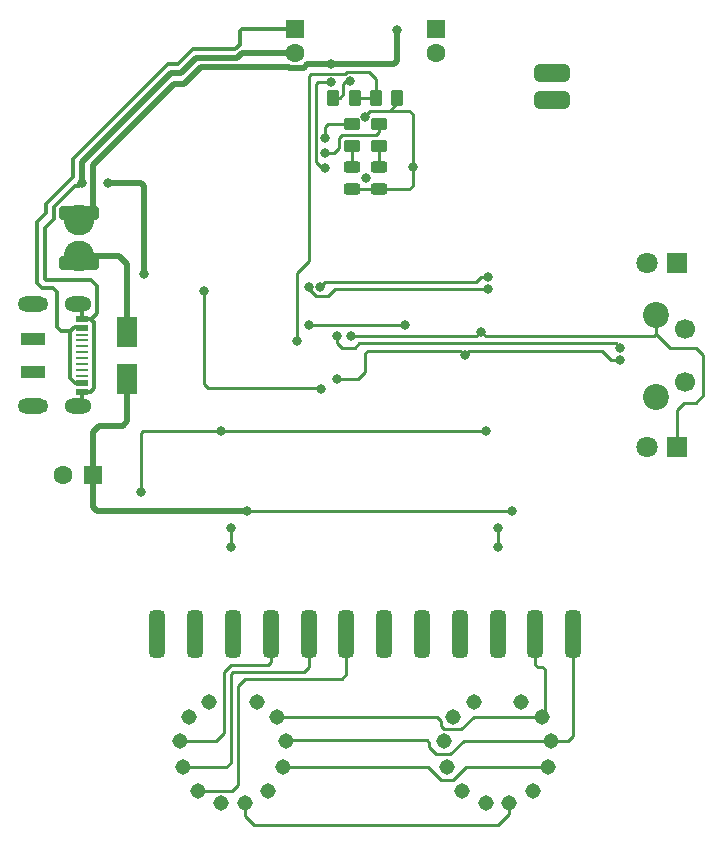
<source format=gbr>
G04 #@! TF.GenerationSoftware,KiCad,Pcbnew,6.0.8-f2edbf62ab~116~ubuntu20.04.1*
G04 #@! TF.CreationDate,2022-10-17T13:25:48+07:00*
G04 #@! TF.ProjectId,IN-8,494e2d38-2e6b-4696-9361-645f70636258,rev?*
G04 #@! TF.SameCoordinates,Original*
G04 #@! TF.FileFunction,Copper,L1,Top*
G04 #@! TF.FilePolarity,Positive*
%FSLAX46Y46*%
G04 Gerber Fmt 4.6, Leading zero omitted, Abs format (unit mm)*
G04 Created by KiCad (PCBNEW 6.0.8-f2edbf62ab~116~ubuntu20.04.1) date 2022-10-17 13:25:48*
%MOMM*%
%LPD*%
G01*
G04 APERTURE LIST*
G04 Aperture macros list*
%AMRoundRect*
0 Rectangle with rounded corners*
0 $1 Rounding radius*
0 $2 $3 $4 $5 $6 $7 $8 $9 X,Y pos of 4 corners*
0 Add a 4 corners polygon primitive as box body*
4,1,4,$2,$3,$4,$5,$6,$7,$8,$9,$2,$3,0*
0 Add four circle primitives for the rounded corners*
1,1,$1+$1,$2,$3*
1,1,$1+$1,$4,$5*
1,1,$1+$1,$6,$7*
1,1,$1+$1,$8,$9*
0 Add four rect primitives between the rounded corners*
20,1,$1+$1,$2,$3,$4,$5,0*
20,1,$1+$1,$4,$5,$6,$7,0*
20,1,$1+$1,$6,$7,$8,$9,0*
20,1,$1+$1,$8,$9,$2,$3,0*%
G04 Aperture macros list end*
G04 #@! TA.AperFunction,SMDPad,CuDef*
%ADD10RoundRect,0.250000X-0.262500X-0.450000X0.262500X-0.450000X0.262500X0.450000X-0.262500X0.450000X0*%
G04 #@! TD*
G04 #@! TA.AperFunction,ComponentPad*
%ADD11RoundRect,0.325000X-0.325000X-1.675000X0.325000X-1.675000X0.325000X1.675000X-0.325000X1.675000X0*%
G04 #@! TD*
G04 #@! TA.AperFunction,SMDPad,CuDef*
%ADD12RoundRect,0.250000X-0.450000X0.262500X-0.450000X-0.262500X0.450000X-0.262500X0.450000X0.262500X0*%
G04 #@! TD*
G04 #@! TA.AperFunction,ComponentPad*
%ADD13R,1.600000X1.600000*%
G04 #@! TD*
G04 #@! TA.AperFunction,ComponentPad*
%ADD14C,1.600000*%
G04 #@! TD*
G04 #@! TA.AperFunction,ComponentPad*
%ADD15R,1.800000X1.800000*%
G04 #@! TD*
G04 #@! TA.AperFunction,ComponentPad*
%ADD16C,1.800000*%
G04 #@! TD*
G04 #@! TA.AperFunction,SMDPad,CuDef*
%ADD17R,1.800000X2.500000*%
G04 #@! TD*
G04 #@! TA.AperFunction,SMDPad,CuDef*
%ADD18RoundRect,0.243750X-0.456250X0.243750X-0.456250X-0.243750X0.456250X-0.243750X0.456250X0.243750X0*%
G04 #@! TD*
G04 #@! TA.AperFunction,SMDPad,CuDef*
%ADD19R,2.000000X1.000000*%
G04 #@! TD*
G04 #@! TA.AperFunction,SMDPad,CuDef*
%ADD20R,1.000000X0.520000*%
G04 #@! TD*
G04 #@! TA.AperFunction,SMDPad,CuDef*
%ADD21R,1.000000X0.270000*%
G04 #@! TD*
G04 #@! TA.AperFunction,ComponentPad*
%ADD22O,2.300000X1.300000*%
G04 #@! TD*
G04 #@! TA.AperFunction,ComponentPad*
%ADD23O,2.600000X1.300000*%
G04 #@! TD*
G04 #@! TA.AperFunction,ComponentPad*
%ADD24C,1.308000*%
G04 #@! TD*
G04 #@! TA.AperFunction,ComponentPad*
%ADD25C,2.600000*%
G04 #@! TD*
G04 #@! TA.AperFunction,ComponentPad*
%ADD26C,2.200000*%
G04 #@! TD*
G04 #@! TA.AperFunction,ComponentPad*
%ADD27C,1.700000*%
G04 #@! TD*
G04 #@! TA.AperFunction,ComponentPad*
%ADD28RoundRect,0.375000X-1.125000X0.375000X-1.125000X-0.375000X1.125000X-0.375000X1.125000X0.375000X0*%
G04 #@! TD*
G04 #@! TA.AperFunction,SMDPad,CuDef*
%ADD29RoundRect,0.250000X-1.450000X0.312500X-1.450000X-0.312500X1.450000X-0.312500X1.450000X0.312500X0*%
G04 #@! TD*
G04 #@! TA.AperFunction,ViaPad*
%ADD30C,0.800000*%
G04 #@! TD*
G04 #@! TA.AperFunction,Conductor*
%ADD31C,0.250000*%
G04 #@! TD*
G04 #@! TA.AperFunction,Conductor*
%ADD32C,0.350000*%
G04 #@! TD*
G04 #@! TA.AperFunction,Conductor*
%ADD33C,0.500000*%
G04 #@! TD*
G04 APERTURE END LIST*
D10*
X157148000Y-25080500D03*
X158973000Y-25080500D03*
D11*
X171060500Y-70480500D03*
D10*
X160748000Y-25080500D03*
X162573000Y-25080500D03*
D12*
X158751250Y-27340500D03*
X158751250Y-29165500D03*
D13*
X153917250Y-19273388D03*
D14*
X153917250Y-21273388D03*
D11*
X148660500Y-70480500D03*
X155060500Y-70480500D03*
X151860500Y-70480500D03*
D15*
X186260500Y-54680500D03*
D16*
X183720500Y-54680500D03*
D11*
X158260500Y-70480500D03*
X164660500Y-70480500D03*
X142260500Y-70480500D03*
X145460500Y-70480500D03*
D12*
X161029250Y-27340500D03*
X161029250Y-29165500D03*
D17*
X139693250Y-48898500D03*
X139693250Y-44898500D03*
D11*
X161460500Y-70480500D03*
D18*
X161029250Y-30906500D03*
X161029250Y-32781500D03*
D19*
X131686250Y-45480500D03*
X131686250Y-48280500D03*
D20*
X135886250Y-43780500D03*
X135886250Y-44530500D03*
D21*
X135886250Y-45130500D03*
X135886250Y-46630500D03*
X135886250Y-47630500D03*
X135886250Y-48630500D03*
D20*
X135886250Y-49230500D03*
X135886250Y-49980500D03*
X135886250Y-49980500D03*
X135886250Y-49230500D03*
D21*
X135886250Y-48130500D03*
X135886250Y-47130500D03*
X135886250Y-46130500D03*
X135886250Y-45630500D03*
D20*
X135886250Y-44530500D03*
X135886250Y-43780500D03*
D22*
X135511250Y-42560500D03*
D23*
X131686250Y-51200500D03*
X131686250Y-42560500D03*
D22*
X135511250Y-51200500D03*
D13*
X165855250Y-19273388D03*
D14*
X165855250Y-21273388D03*
D18*
X158743250Y-30906500D03*
X158743250Y-32781500D03*
D13*
X136772250Y-57058500D03*
D14*
X134272250Y-57058500D03*
D24*
X174060500Y-83777764D03*
X174810500Y-77527764D03*
X169060500Y-76277764D03*
X167310500Y-77527764D03*
X166560500Y-79527764D03*
X166810500Y-81777764D03*
X168060500Y-83777764D03*
X170060500Y-84777764D03*
X172060500Y-84777764D03*
X175310500Y-81777764D03*
X175560500Y-79527764D03*
X173060500Y-76277764D03*
D11*
X174260500Y-70480500D03*
D25*
X135629250Y-35468500D03*
X135629250Y-38468500D03*
D26*
X184460500Y-50430500D03*
X184460500Y-43430500D03*
D27*
X186960500Y-44680500D03*
X186960500Y-49180500D03*
D15*
X186260500Y-39080500D03*
D16*
X183720500Y-39080500D03*
D28*
X175634250Y-23022500D03*
D29*
X135629250Y-34831000D03*
X135629250Y-39106000D03*
D24*
X151660500Y-83777764D03*
X152410500Y-77527764D03*
X146660500Y-76277764D03*
X144910500Y-77527764D03*
X144160500Y-79527764D03*
X144410500Y-81777764D03*
X145660500Y-83777764D03*
X147660500Y-84777764D03*
X149660500Y-84777764D03*
X152910500Y-81777764D03*
X153160500Y-79527764D03*
X150660500Y-76277764D03*
D28*
X175634250Y-25308500D03*
D11*
X177460500Y-70480500D03*
X167860500Y-70480500D03*
D30*
X146170250Y-41437500D03*
X156088424Y-49717627D03*
X154060500Y-45680500D03*
X163860500Y-30980500D03*
X159835255Y-26681146D03*
X140836250Y-58455500D03*
X147660500Y-53280500D03*
X158660500Y-45280500D03*
X141090250Y-40040500D03*
X158578750Y-23657500D03*
X169660500Y-44880500D03*
X159886250Y-31912500D03*
X170060500Y-53280500D03*
X135883250Y-32293500D03*
X138042250Y-32293500D03*
X155060500Y-44280500D03*
X163260500Y-44280500D03*
X181460500Y-47280500D03*
X157460500Y-48880500D03*
X156918760Y-22251101D03*
X168260500Y-46880500D03*
X156457250Y-31023500D03*
X156965250Y-23781000D03*
X162553250Y-19339500D03*
X149860500Y-60080500D03*
X172260500Y-60080500D03*
X148460500Y-63080500D03*
X148460500Y-61480500D03*
X171060500Y-61480500D03*
X171060500Y-63080500D03*
X170260500Y-40280500D03*
X156060500Y-41080500D03*
X155060500Y-41080500D03*
X170260500Y-41280500D03*
X156457250Y-29753500D03*
X156457250Y-28483500D03*
X181460500Y-46280500D03*
X157460500Y-45280500D03*
D31*
X166260500Y-78280500D02*
X166528764Y-78548764D01*
X169060500Y-77480500D02*
X174763236Y-77480500D01*
X167992236Y-78548764D02*
X169060500Y-77480500D01*
X166528764Y-78548764D02*
X167992236Y-78548764D01*
X175060500Y-77277764D02*
X174810500Y-77527764D01*
X166260500Y-77880500D02*
X166260500Y-78280500D01*
X174860500Y-73280500D02*
X175060500Y-73480500D01*
X174260500Y-70480500D02*
X174260500Y-73080500D01*
X174460500Y-73280500D02*
X174860500Y-73280500D01*
X174763236Y-77480500D02*
X174810500Y-77527764D01*
X175060500Y-73480500D02*
X175060500Y-77277764D01*
X152410500Y-77527764D02*
X165907764Y-77527764D01*
X165907764Y-77527764D02*
X166260500Y-77880500D01*
X174260500Y-73080500D02*
X174460500Y-73280500D01*
X144160500Y-79527764D02*
X147213236Y-79527764D01*
X147860500Y-73680500D02*
X148460500Y-73080500D01*
X151860500Y-72880500D02*
X151860500Y-70480500D01*
X151660500Y-73080500D02*
X151860500Y-72880500D01*
X147860500Y-78880500D02*
X147860500Y-73680500D01*
X148460500Y-73080500D02*
X151660500Y-73080500D01*
X147213236Y-79527764D02*
X147860500Y-78880500D01*
X148060500Y-81777764D02*
X148460500Y-81377764D01*
X148660500Y-73680500D02*
X154660500Y-73680500D01*
X154660500Y-73680500D02*
X155060500Y-73280500D01*
X148460500Y-73880500D02*
X148660500Y-73680500D01*
X144410500Y-81777764D02*
X148060500Y-81777764D01*
X148460500Y-81377764D02*
X148460500Y-73880500D01*
X155060500Y-73280500D02*
X155060500Y-70480500D01*
X148563236Y-83777764D02*
X149060500Y-83280500D01*
X145660500Y-83777764D02*
X148563236Y-83777764D01*
X149060500Y-74880500D02*
X149660500Y-74280500D01*
X158260500Y-73880500D02*
X158260500Y-70480500D01*
X149060500Y-83280500D02*
X149060500Y-74880500D01*
X157860500Y-74280500D02*
X158260500Y-73880500D01*
X149660500Y-74280500D02*
X157860500Y-74280500D01*
X149660500Y-84777764D02*
X149660500Y-84680500D01*
X149660500Y-85880500D02*
X150460500Y-86680500D01*
X149660500Y-84777764D02*
X149660500Y-85880500D01*
X150460500Y-86680500D02*
X171060500Y-86680500D01*
X171060500Y-86680500D02*
X172060500Y-85680500D01*
X172060500Y-85680500D02*
X172060500Y-84777764D01*
X165157764Y-81777764D02*
X166260500Y-82880500D01*
X152910500Y-81777764D02*
X165157764Y-81777764D01*
X166260500Y-82880500D02*
X167260500Y-82880500D01*
X168363236Y-81777764D02*
X175310500Y-81777764D01*
X167260500Y-82880500D02*
X168363236Y-81777764D01*
X175560500Y-79527764D02*
X168213236Y-79527764D01*
X177013236Y-79527764D02*
X177460500Y-79080500D01*
X165260500Y-79680500D02*
X165060500Y-79480500D01*
X165860500Y-80680500D02*
X165260500Y-80080500D01*
X175560500Y-79527764D02*
X177013236Y-79527764D01*
X177460500Y-79080500D02*
X177460500Y-70480500D01*
X153207764Y-79480500D02*
X153160500Y-79527764D01*
X167060500Y-80680500D02*
X165860500Y-80680500D01*
X168213236Y-79527764D02*
X167060500Y-80680500D01*
X165060500Y-79480500D02*
X153207764Y-79480500D01*
X165260500Y-80080500D02*
X165260500Y-79680500D01*
X173963236Y-83680500D02*
X174060500Y-83777764D01*
D32*
X134867250Y-44866500D02*
X135248250Y-44485500D01*
X135121250Y-30261500D02*
X143122250Y-22260500D01*
X135248250Y-44485500D02*
X135841250Y-44485500D01*
X145281250Y-20990500D02*
X148837250Y-20990500D01*
X149411362Y-19273388D02*
X153917250Y-19273388D01*
X143122250Y-22260500D02*
X144011250Y-22260500D01*
X132073250Y-35595500D02*
X132835250Y-34833500D01*
X132835250Y-34071500D02*
X135121250Y-31785500D01*
X132454250Y-41183500D02*
X132073250Y-40802500D01*
X133406750Y-41183500D02*
X132454250Y-41183500D01*
X149218250Y-19466500D02*
X149411362Y-19273388D01*
X133724250Y-41501000D02*
X133406750Y-41183500D01*
X148837250Y-20990500D02*
X149218250Y-20609500D01*
X135886250Y-49230500D02*
X135286555Y-49230500D01*
X134867250Y-44866500D02*
X134105250Y-44866500D01*
X135121250Y-31785500D02*
X135121250Y-30261500D01*
X134105250Y-44866500D02*
X133724250Y-44485500D01*
X149218250Y-20609500D02*
X149218250Y-19466500D01*
X132835250Y-34833500D02*
X132835250Y-34071500D01*
X133724250Y-44485500D02*
X133724250Y-41580317D01*
X135286555Y-49230500D02*
X134867250Y-48811195D01*
X135841250Y-44485500D02*
X135886250Y-44530500D01*
X144011250Y-22260500D02*
X145281250Y-20990500D01*
X132073250Y-40802500D02*
X132073250Y-35595500D01*
X134867250Y-48811195D02*
X134867250Y-44866500D01*
D33*
X135629250Y-38468500D02*
X139010250Y-38468500D01*
X139010250Y-38468500D02*
X139693250Y-39151500D01*
X136290750Y-39130000D02*
X135629250Y-38468500D01*
X139693250Y-39151500D02*
X139693250Y-44898500D01*
D31*
X156063297Y-49692500D02*
X146551250Y-49692500D01*
X156088424Y-49717627D02*
X156063297Y-49692500D01*
X146170250Y-49311500D02*
X146170250Y-41437500D01*
X146551250Y-49692500D02*
X146170250Y-49311500D01*
X158278445Y-22932500D02*
X158154945Y-23056000D01*
X155060250Y-38880750D02*
X154060500Y-39880500D01*
X158973000Y-25080500D02*
X160115646Y-25080500D01*
X160748000Y-25080500D02*
X160748000Y-23503250D01*
X154060500Y-39880500D02*
X154060500Y-45680500D01*
X160748000Y-23503250D02*
X160177250Y-22932500D01*
X158154945Y-23056000D02*
X155280750Y-23056000D01*
X155060250Y-23276500D02*
X155060250Y-38880750D01*
X158773000Y-25080500D02*
X160348000Y-25080500D01*
X155280750Y-23056000D02*
X155060250Y-23276500D01*
X160177250Y-22932500D02*
X158278445Y-22932500D01*
X163589250Y-32781500D02*
X163860500Y-32510250D01*
X160267250Y-26197500D02*
X161918250Y-26197500D01*
X161918250Y-26197500D02*
X162573000Y-25542750D01*
X162573000Y-25542750D02*
X162573000Y-25080500D01*
X158743250Y-32781500D02*
X161029250Y-32781500D01*
X159835255Y-26681146D02*
X159835255Y-26629495D01*
X161029250Y-32781500D02*
X163589250Y-32781500D01*
X163860500Y-32510250D02*
X163860500Y-30980500D01*
X163569250Y-26197500D02*
X163860500Y-26488750D01*
X159835255Y-26681146D02*
X159860500Y-26655901D01*
X161918250Y-26197500D02*
X163569250Y-26197500D01*
X159835255Y-26629495D02*
X160267250Y-26197500D01*
X163860500Y-26488750D02*
X163860500Y-30980500D01*
X185660500Y-46280500D02*
X184460500Y-45080500D01*
D32*
X136715250Y-43780500D02*
X137153250Y-43342500D01*
X133470250Y-35341500D02*
X133470250Y-34325500D01*
D31*
X169660500Y-44880500D02*
X170060500Y-45280500D01*
X147660500Y-53280500D02*
X141058250Y-53280500D01*
X187860500Y-46280500D02*
X185660500Y-46280500D01*
D32*
X136899250Y-49692500D02*
X136611250Y-49980500D01*
D31*
X169660500Y-44880500D02*
X169260500Y-45280500D01*
D32*
X136899250Y-44104500D02*
X136899250Y-49692500D01*
X135886250Y-42935500D02*
X135511250Y-42560500D01*
D31*
X186860500Y-50880500D02*
X187860500Y-50880500D01*
X184260500Y-45280500D02*
X184460500Y-45080500D01*
D32*
X135629250Y-32547500D02*
X135756250Y-32420500D01*
D31*
X184460500Y-45080500D02*
X184460500Y-43430500D01*
X157981250Y-23911500D02*
X158235250Y-23657500D01*
X140836250Y-55534500D02*
X140836250Y-58455500D01*
D33*
X143376250Y-23022500D02*
X135883250Y-30515500D01*
D32*
X136575250Y-43780500D02*
X136899250Y-44104500D01*
D33*
X145535250Y-21752500D02*
X144265250Y-23022500D01*
D32*
X132835250Y-40548500D02*
X132708250Y-40421500D01*
D33*
X140836250Y-32293500D02*
X141090250Y-32547500D01*
D32*
X136575250Y-43780500D02*
X136715250Y-43780500D01*
X135886250Y-43780500D02*
X135886250Y-42935500D01*
X135886250Y-49980500D02*
X135886250Y-50825500D01*
D33*
X138042250Y-32293500D02*
X140836250Y-32293500D01*
D31*
X186260500Y-54680500D02*
X186260500Y-51480500D01*
X141058250Y-53280500D02*
X140836250Y-53502500D01*
D32*
X137153250Y-41056500D02*
X136645250Y-40548500D01*
X135886250Y-50825500D02*
X135511250Y-51200500D01*
X136645250Y-40548500D02*
X132835250Y-40548500D01*
X137153250Y-43342500D02*
X137153250Y-41056500D01*
D33*
X148959134Y-21752500D02*
X145535250Y-21752500D01*
D31*
X188460500Y-46880500D02*
X187860500Y-46280500D01*
X170060500Y-45280500D02*
X184260500Y-45280500D01*
X186260500Y-51480500D02*
X186860500Y-50880500D01*
D33*
X141090250Y-32547500D02*
X141090250Y-40040500D01*
D31*
X140836250Y-53502500D02*
X140836250Y-55534500D01*
D32*
X136611250Y-49980500D02*
X135886250Y-49980500D01*
D31*
X157981250Y-24800500D02*
X157981250Y-23911500D01*
X157701250Y-25080500D02*
X157981250Y-24800500D01*
D32*
X133470250Y-34325500D02*
X135248250Y-32547500D01*
X135248250Y-32547500D02*
X135629250Y-32547500D01*
D31*
X170060500Y-53280500D02*
X147660500Y-53280500D01*
X157148000Y-25080500D02*
X157701250Y-25080500D01*
X169260500Y-45280500D02*
X158660500Y-45280500D01*
D33*
X153917250Y-21273388D02*
X149438246Y-21273388D01*
D31*
X158235250Y-23657500D02*
X158578750Y-23657500D01*
D33*
X144265250Y-23022500D02*
X143376250Y-23022500D01*
D32*
X132708250Y-36103500D02*
X133470250Y-35341500D01*
X132708250Y-40421500D02*
X132708250Y-36103500D01*
D31*
X188460500Y-50280500D02*
X188460500Y-46880500D01*
D33*
X135883250Y-30515500D02*
X135883250Y-32293500D01*
D32*
X135886250Y-43780500D02*
X136575250Y-43780500D01*
D33*
X149438246Y-21273388D02*
X148959134Y-21752500D01*
D31*
X187860500Y-50880500D02*
X188460500Y-50280500D01*
X155060500Y-44280500D02*
X163260500Y-44280500D01*
D33*
X136772250Y-34325500D02*
X135629250Y-35468500D01*
X156928159Y-22260500D02*
X162299250Y-22260500D01*
X162299250Y-22260500D02*
X162553250Y-22006500D01*
D31*
X159860500Y-46680500D02*
X159860500Y-48280500D01*
X168660500Y-46480500D02*
X179860500Y-46480500D01*
D33*
X153390595Y-22514500D02*
X145916250Y-22514500D01*
D31*
X156965250Y-23781000D02*
X155825750Y-23781000D01*
D33*
X144519250Y-23911500D02*
X143630250Y-23911500D01*
D31*
X180660500Y-47280500D02*
X181460500Y-47280500D01*
D33*
X145916250Y-22514500D02*
X144519250Y-23911500D01*
D31*
X179860500Y-46480500D02*
X180660500Y-47280500D01*
X155695250Y-30515500D02*
X156203250Y-31023500D01*
D33*
X153399483Y-22523388D02*
X153390595Y-22514500D01*
D31*
X155695250Y-23911500D02*
X155695250Y-30515500D01*
X159260500Y-48880500D02*
X157460500Y-48880500D01*
D33*
X162553250Y-22006500D02*
X162553250Y-19339500D01*
X143630250Y-23911500D02*
X136772250Y-30769500D01*
X154670362Y-22523388D02*
X153399483Y-22523388D01*
D31*
X156203250Y-31023500D02*
X156457250Y-31023500D01*
X159860500Y-48280500D02*
X159260500Y-48880500D01*
D33*
X156928159Y-22260500D02*
X154933250Y-22260500D01*
D31*
X167860500Y-46480500D02*
X160060500Y-46480500D01*
X168260500Y-46880500D02*
X167860500Y-46480500D01*
D33*
X154933250Y-22260500D02*
X154670362Y-22523388D01*
D31*
X168260500Y-46880500D02*
X168660500Y-46480500D01*
X160060500Y-46480500D02*
X159860500Y-46680500D01*
X156918760Y-22251101D02*
X156928159Y-22260500D01*
D33*
X136242750Y-34855000D02*
X135629250Y-35468500D01*
D31*
X155825750Y-23781000D02*
X155695250Y-23911500D01*
D33*
X136772250Y-30769500D02*
X136772250Y-34325500D01*
X139693250Y-48898500D02*
X139693250Y-52486500D01*
X136772250Y-57058500D02*
X136772250Y-59725500D01*
X137127250Y-60080500D02*
X149860500Y-60080500D01*
X139312250Y-52867500D02*
X137280250Y-52867500D01*
X136772250Y-53375500D02*
X136772250Y-57058500D01*
X137280250Y-52867500D02*
X136772250Y-53375500D01*
X139693250Y-52486500D02*
X139312250Y-52867500D01*
D31*
X172260500Y-60080500D02*
X149860500Y-60080500D01*
D33*
X136772250Y-59725500D02*
X137127250Y-60080500D01*
D31*
X148460500Y-63080500D02*
X148460500Y-61480500D01*
X171060500Y-61480500D02*
X171060500Y-63080500D01*
X169260500Y-40680500D02*
X169660500Y-40280500D01*
X169660500Y-40280500D02*
X170260500Y-40280500D01*
X156460500Y-40680500D02*
X169260500Y-40680500D01*
X156060500Y-41080500D02*
X156460500Y-40680500D01*
X161029250Y-29165500D02*
X161029250Y-30906500D01*
X158751250Y-29165500D02*
X158751250Y-30898500D01*
X158751250Y-30898500D02*
X158743250Y-30906500D01*
X170260500Y-41280500D02*
X157260500Y-41280500D01*
X155660500Y-41880500D02*
X155060500Y-41280500D01*
X157260500Y-41280500D02*
X156660500Y-41880500D01*
X156660500Y-41880500D02*
X155660500Y-41880500D01*
X155060500Y-41280500D02*
X155060500Y-41080500D01*
X157600250Y-29372500D02*
X157600250Y-28483500D01*
X160775250Y-28229500D02*
X161029250Y-27975500D01*
X157219250Y-29753500D02*
X157600250Y-29372500D01*
X157854250Y-28229500D02*
X160775250Y-28229500D01*
X157600250Y-28483500D02*
X157854250Y-28229500D01*
X156457250Y-29753500D02*
X157219250Y-29753500D01*
X161029250Y-27975500D02*
X161029250Y-27340500D01*
X156711250Y-27340500D02*
X158751250Y-27340500D01*
X156457250Y-27594500D02*
X156711250Y-27340500D01*
X156457250Y-28483500D02*
X156457250Y-27594500D01*
X159360500Y-45880500D02*
X181060500Y-45880500D01*
X158960500Y-46280500D02*
X159360500Y-45880500D01*
X157860500Y-46280500D02*
X158960500Y-46280500D01*
X181060500Y-45880500D02*
X181460500Y-46280500D01*
X157460500Y-45880500D02*
X157860500Y-46280500D01*
X157460500Y-45280500D02*
X157460500Y-45880500D01*
M02*

</source>
